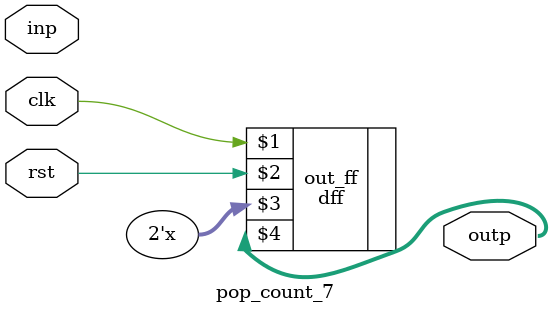
<source format=v>

`ifndef CENSUS_POP_COUNT_7_V_
`define CENSUS_POP_COUNT_7_V_

`timescale 1ns/1ps

`include "dff.v"

module pop_count_7#(
  parameter WIDTH=1
  ) (
    input wire clk,
    input wire rst,

    input wire  [WIDTH-1:0] inp,
    output wire [$clog2(WIDTH)-1:0] outp
  );

  localparam m0 = 128'h55555555555555555555555555555555;
  localparam m1 = 128'h33333333333333333333333333333333;
  localparam m2 = 128'hf0f0f0f0f0f0f0f0f0f0f0f0f0f0f0f;
  localparam m3 = 128'hff00ff00ff00ff00ff00ff00ff00ff;
  localparam m4 = 128'hffff0000ffff0000ffff0000ffff;
  localparam m5 = 128'hffffffff00000000ffffffff;
  localparam m6 = 128'hffffffffffffffff;

  // Need to turn off of this lint check due to long-standing Verilator bug#63.
  /* verilator lint_off UNOPTFLAT */
  wire [WIDTH-1:0] x[$clog2(WIDTH)];
  dff#(.WIDTH($clog2(WIDTH))) 
    out_ff(clk, rst, x[$clog2(WIDTH)-1][$clog2(WIDTH)-1:0], outp);
  assign x[0] = (inp & m0[WIDTH-1:0]) + ((inp >> 1) & m0[WIDTH-1:0]);
  generate
  if ($clog2(WIDTH) >= 2) begin
    assign x[1] = (x[0] & m1[WIDTH-1:0]) + ((x[0] >> 2) & m1[WIDTH-1:0]);
  end
  if ($clog2(WIDTH) >= 3) begin
    assign x[2] = (x[1] & m2[WIDTH-1:0]) + ((x[1] >> 4) & m2[WIDTH-1:0]);
  end
  if ($clog2(WIDTH) >= 4) begin
    assign x[3] = (x[2] & m3[WIDTH-1:0]) + ((x[2] >> 8) & m3[WIDTH-1:0]);
  end
  if ($clog2(WIDTH) >= 5) begin
    assign x[4] = (x[3] & m4[WIDTH-1:0]) + ((x[3] >> 16) & m4[WIDTH-1:0]);
  end
  if ($clog2(WIDTH) >= 6) begin
    assign x[5] = (x[4] & m5[WIDTH-1:0]) + ((x[4] >> 32) & m5[WIDTH-1:0]);
  end
  if ($clog2(WIDTH) >= 7) begin
    assign x[6] = (x[5] & m6[WIDTH-1:0]) + ((x[5] >> 64) & m6[WIDTH-1:0]);
  end
  if ($clog2(WIDTH) > 7) begin
    initial begin
      assert(0); // Cannot handle widths larger than 128.
    end
  end
  endgenerate
  /* verilator lint_on UNOPTFLAT */

endmodule

`endif // CENSUS_POP_COUNT_7_V_


</source>
